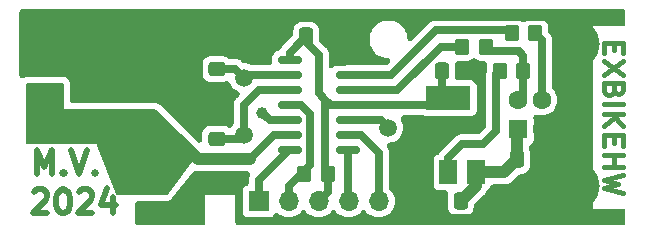
<source format=gbr>
%TF.GenerationSoftware,KiCad,Pcbnew,7.0.5*%
%TF.CreationDate,2024-02-11T15:40:35+01:00*%
%TF.ProjectId,exbike-usb-hw,65786269-6b65-42d7-9573-622d68772e6b,rev?*%
%TF.SameCoordinates,Original*%
%TF.FileFunction,Copper,L1,Top*%
%TF.FilePolarity,Positive*%
%FSLAX46Y46*%
G04 Gerber Fmt 4.6, Leading zero omitted, Abs format (unit mm)*
G04 Created by KiCad (PCBNEW 7.0.5) date 2024-02-11 15:40:35*
%MOMM*%
%LPD*%
G01*
G04 APERTURE LIST*
G04 Aperture macros list*
%AMRoundRect*
0 Rectangle with rounded corners*
0 $1 Rounding radius*
0 $2 $3 $4 $5 $6 $7 $8 $9 X,Y pos of 4 corners*
0 Add a 4 corners polygon primitive as box body*
4,1,4,$2,$3,$4,$5,$6,$7,$8,$9,$2,$3,0*
0 Add four circle primitives for the rounded corners*
1,1,$1+$1,$2,$3*
1,1,$1+$1,$4,$5*
1,1,$1+$1,$6,$7*
1,1,$1+$1,$8,$9*
0 Add four rect primitives between the rounded corners*
20,1,$1+$1,$2,$3,$4,$5,0*
20,1,$1+$1,$4,$5,$6,$7,0*
20,1,$1+$1,$6,$7,$8,$9,0*
20,1,$1+$1,$8,$9,$2,$3,0*%
G04 Aperture macros list end*
%TA.AperFunction,NonConductor*%
%ADD10C,0.200000*%
%TD*%
%ADD11C,0.500000*%
%TA.AperFunction,NonConductor*%
%ADD12C,0.500000*%
%TD*%
%ADD13C,0.400000*%
%TA.AperFunction,NonConductor*%
%ADD14C,0.400000*%
%TD*%
%TA.AperFunction,SMDPad,CuDef*%
%ADD15RoundRect,0.250000X-0.350000X-0.450000X0.350000X-0.450000X0.350000X0.450000X-0.350000X0.450000X0*%
%TD*%
%TA.AperFunction,SMDPad,CuDef*%
%ADD16RoundRect,0.250000X-0.337500X-0.475000X0.337500X-0.475000X0.337500X0.475000X-0.337500X0.475000X0*%
%TD*%
%TA.AperFunction,SMDPad,CuDef*%
%ADD17R,1.500000X2.000000*%
%TD*%
%TA.AperFunction,SMDPad,CuDef*%
%ADD18R,3.800000X2.000000*%
%TD*%
%TA.AperFunction,SMDPad,CuDef*%
%ADD19RoundRect,0.250000X-0.475000X0.337500X-0.475000X-0.337500X0.475000X-0.337500X0.475000X0.337500X0*%
%TD*%
%TA.AperFunction,SMDPad,CuDef*%
%ADD20RoundRect,0.250000X0.350000X0.450000X-0.350000X0.450000X-0.350000X-0.450000X0.350000X-0.450000X0*%
%TD*%
%TA.AperFunction,SMDPad,CuDef*%
%ADD21RoundRect,0.250000X0.337500X0.475000X-0.337500X0.475000X-0.337500X-0.475000X0.337500X-0.475000X0*%
%TD*%
%TA.AperFunction,SMDPad,CuDef*%
%ADD22C,1.000000*%
%TD*%
%TA.AperFunction,SMDPad,CuDef*%
%ADD23RoundRect,0.150000X-0.825000X-0.150000X0.825000X-0.150000X0.825000X0.150000X-0.825000X0.150000X0*%
%TD*%
%TA.AperFunction,SMDPad,CuDef*%
%ADD24RoundRect,0.250000X0.475000X-0.337500X0.475000X0.337500X-0.475000X0.337500X-0.475000X-0.337500X0*%
%TD*%
%TA.AperFunction,SMDPad,CuDef*%
%ADD25C,1.500000*%
%TD*%
%TA.AperFunction,ComponentPad*%
%ADD26R,1.700000X1.700000*%
%TD*%
%TA.AperFunction,ComponentPad*%
%ADD27O,1.700000X1.700000*%
%TD*%
%TA.AperFunction,ComponentPad*%
%ADD28O,4.000000X2.200000*%
%TD*%
%TA.AperFunction,ComponentPad*%
%ADD29O,2.200000X4.000000*%
%TD*%
%TA.AperFunction,ComponentPad*%
%ADD30R,4.000000X2.200000*%
%TD*%
%TA.AperFunction,ComponentPad*%
%ADD31C,1.500000*%
%TD*%
%TA.AperFunction,ComponentPad*%
%ADD32R,1.600000X1.600000*%
%TD*%
%TA.AperFunction,ComponentPad*%
%ADD33C,1.600000*%
%TD*%
%TA.AperFunction,ComponentPad*%
%ADD34C,4.000000*%
%TD*%
%TA.AperFunction,Conductor*%
%ADD35C,0.700000*%
%TD*%
%TA.AperFunction,Conductor*%
%ADD36C,0.800000*%
%TD*%
%TA.AperFunction,Conductor*%
%ADD37C,1.000000*%
%TD*%
%TA.AperFunction,Conductor*%
%ADD38C,1.400000*%
%TD*%
G04 APERTURE END LIST*
D10*
X4318000Y10414000D02*
X7239000Y10414000D01*
X7239000Y7747000D01*
X1270000Y7747000D01*
X1270000Y12700000D01*
X4318000Y12700000D01*
X4318000Y10414000D01*
%TA.AperFunction,NonConductor*%
G36*
X4318000Y10414000D02*
G01*
X7239000Y10414000D01*
X7239000Y7747000D01*
X1270000Y7747000D01*
X1270000Y12700000D01*
X4318000Y12700000D01*
X4318000Y10414000D01*
G37*
%TD.AperFunction*%
X14097000Y7620000D02*
X15367000Y6350000D01*
X13111997Y3429000D01*
X8920997Y3429000D01*
X7239000Y7747000D01*
X7015997Y10287000D01*
X11460997Y10414000D01*
X14097000Y7620000D01*
%TA.AperFunction,NonConductor*%
G36*
X14097000Y7620000D02*
G01*
X15367000Y6350000D01*
X13111997Y3429000D01*
X8920997Y3429000D01*
X7239000Y7747000D01*
X7015997Y10287000D01*
X11460997Y10414000D01*
X14097000Y7620000D01*
G37*
%TD.AperFunction*%
D11*
D12*
X2075137Y5096761D02*
X2075137Y7096761D01*
X2075137Y7096761D02*
X2741804Y5668190D01*
X2741804Y5668190D02*
X3408470Y7096761D01*
X3408470Y7096761D02*
X3408470Y5096761D01*
X4360851Y5287238D02*
X4456089Y5192000D01*
X4456089Y5192000D02*
X4360851Y5096761D01*
X4360851Y5096761D02*
X4265613Y5192000D01*
X4265613Y5192000D02*
X4360851Y5287238D01*
X4360851Y5287238D02*
X4360851Y5096761D01*
X5027518Y7096761D02*
X5694184Y5096761D01*
X5694184Y5096761D02*
X6360851Y7096761D01*
X7027518Y5287238D02*
X7122756Y5192000D01*
X7122756Y5192000D02*
X7027518Y5096761D01*
X7027518Y5096761D02*
X6932280Y5192000D01*
X6932280Y5192000D02*
X7027518Y5287238D01*
X7027518Y5287238D02*
X7027518Y5096761D01*
D13*
D14*
X50977454Y16163142D02*
X50977454Y15563142D01*
X50139359Y15305999D02*
X50139359Y16163142D01*
X50139359Y16163142D02*
X51739359Y16163142D01*
X51739359Y16163142D02*
X51739359Y15305999D01*
X51739359Y14706000D02*
X50139359Y13506000D01*
X51739359Y13506000D02*
X50139359Y14706000D01*
X50977454Y12220285D02*
X50901264Y11963142D01*
X50901264Y11963142D02*
X50825073Y11877428D01*
X50825073Y11877428D02*
X50672692Y11791714D01*
X50672692Y11791714D02*
X50444121Y11791714D01*
X50444121Y11791714D02*
X50291740Y11877428D01*
X50291740Y11877428D02*
X50215550Y11963142D01*
X50215550Y11963142D02*
X50139359Y12134571D01*
X50139359Y12134571D02*
X50139359Y12820285D01*
X50139359Y12820285D02*
X51739359Y12820285D01*
X51739359Y12820285D02*
X51739359Y12220285D01*
X51739359Y12220285D02*
X51663169Y12048857D01*
X51663169Y12048857D02*
X51586978Y11963142D01*
X51586978Y11963142D02*
X51434597Y11877428D01*
X51434597Y11877428D02*
X51282216Y11877428D01*
X51282216Y11877428D02*
X51129835Y11963142D01*
X51129835Y11963142D02*
X51053645Y12048857D01*
X51053645Y12048857D02*
X50977454Y12220285D01*
X50977454Y12220285D02*
X50977454Y12820285D01*
X50139359Y11020285D02*
X51739359Y11020285D01*
X50139359Y10163142D02*
X51739359Y10163142D01*
X50139359Y9134571D02*
X51053645Y9905999D01*
X51739359Y9134571D02*
X50825073Y10163142D01*
X50977454Y8363142D02*
X50977454Y7763142D01*
X50139359Y7505999D02*
X50139359Y8363142D01*
X50139359Y8363142D02*
X51739359Y8363142D01*
X51739359Y8363142D02*
X51739359Y7505999D01*
X50139359Y6734571D02*
X51739359Y6734571D01*
X50977454Y6734571D02*
X50977454Y5706000D01*
X50139359Y5706000D02*
X51739359Y5706000D01*
X51739359Y5020286D02*
X50139359Y4591714D01*
X50139359Y4591714D02*
X51282216Y4248857D01*
X51282216Y4248857D02*
X50139359Y3906000D01*
X50139359Y3906000D02*
X51739359Y3477429D01*
D11*
D12*
X1852899Y3604285D02*
X1948137Y3699523D01*
X1948137Y3699523D02*
X2138613Y3794761D01*
X2138613Y3794761D02*
X2614804Y3794761D01*
X2614804Y3794761D02*
X2805280Y3699523D01*
X2805280Y3699523D02*
X2900518Y3604285D01*
X2900518Y3604285D02*
X2995756Y3413809D01*
X2995756Y3413809D02*
X2995756Y3223333D01*
X2995756Y3223333D02*
X2900518Y2937619D01*
X2900518Y2937619D02*
X1757661Y1794761D01*
X1757661Y1794761D02*
X2995756Y1794761D01*
X4233851Y3794761D02*
X4424328Y3794761D01*
X4424328Y3794761D02*
X4614804Y3699523D01*
X4614804Y3699523D02*
X4710042Y3604285D01*
X4710042Y3604285D02*
X4805280Y3413809D01*
X4805280Y3413809D02*
X4900518Y3032857D01*
X4900518Y3032857D02*
X4900518Y2556666D01*
X4900518Y2556666D02*
X4805280Y2175714D01*
X4805280Y2175714D02*
X4710042Y1985238D01*
X4710042Y1985238D02*
X4614804Y1890000D01*
X4614804Y1890000D02*
X4424328Y1794761D01*
X4424328Y1794761D02*
X4233851Y1794761D01*
X4233851Y1794761D02*
X4043375Y1890000D01*
X4043375Y1890000D02*
X3948137Y1985238D01*
X3948137Y1985238D02*
X3852899Y2175714D01*
X3852899Y2175714D02*
X3757661Y2556666D01*
X3757661Y2556666D02*
X3757661Y3032857D01*
X3757661Y3032857D02*
X3852899Y3413809D01*
X3852899Y3413809D02*
X3948137Y3604285D01*
X3948137Y3604285D02*
X4043375Y3699523D01*
X4043375Y3699523D02*
X4233851Y3794761D01*
X5662423Y3604285D02*
X5757661Y3699523D01*
X5757661Y3699523D02*
X5948137Y3794761D01*
X5948137Y3794761D02*
X6424328Y3794761D01*
X6424328Y3794761D02*
X6614804Y3699523D01*
X6614804Y3699523D02*
X6710042Y3604285D01*
X6710042Y3604285D02*
X6805280Y3413809D01*
X6805280Y3413809D02*
X6805280Y3223333D01*
X6805280Y3223333D02*
X6710042Y2937619D01*
X6710042Y2937619D02*
X5567185Y1794761D01*
X5567185Y1794761D02*
X6805280Y1794761D01*
X8519566Y3128095D02*
X8519566Y1794761D01*
X8043375Y3890000D02*
X7567185Y2461428D01*
X7567185Y2461428D02*
X8805280Y2461428D01*
D15*
%TO.P,R3,1*%
%TO.N,RST*%
X24717500Y5080000D03*
%TO.P,R3,2*%
%TO.N,+3V3*%
X26717500Y5080000D03*
%TD*%
D16*
%TO.P,C7,1*%
%TO.N,+5V*%
X42777500Y6350000D03*
%TO.P,C7,2*%
%TO.N,GND*%
X44852500Y6350000D03*
%TD*%
D17*
%TO.P,U2,1,GND*%
%TO.N,GND*%
X34657000Y5232000D03*
%TO.P,U2,2,VO*%
%TO.N,+3V3*%
X36957000Y5232000D03*
D18*
X36957000Y11532000D03*
D17*
%TO.P,U2,3,VI*%
%TO.N,+5V*%
X39257000Y5232000D03*
%TD*%
D19*
%TO.P,C1,1*%
%TO.N,Net-(U1-XTAL1{slash}PB0)*%
X17335500Y13991500D03*
%TO.P,C1,2*%
%TO.N,GND*%
X17335500Y11916500D03*
%TD*%
D20*
%TO.P,R4,1*%
%TO.N,D-*%
X43291000Y13843000D03*
%TO.P,R4,2*%
%TO.N,+3V3*%
X41291000Y13843000D03*
%TD*%
D21*
%TO.P,C4,1*%
%TO.N,+5V*%
X37994500Y2794000D03*
%TO.P,C4,2*%
%TO.N,GND*%
X35919500Y2794000D03*
%TD*%
D15*
%TO.P,R2,1*%
%TO.N,Net-(U1-PA1)*%
X38116000Y15875000D03*
%TO.P,R2,2*%
%TO.N,D-*%
X40116000Y15875000D03*
%TD*%
D16*
%TO.P,C6,1*%
%TO.N,+3V3*%
X36427500Y13843000D03*
%TO.P,C6,2*%
%TO.N,GND*%
X38502500Y13843000D03*
%TD*%
%TO.P,C3,1*%
%TO.N,+3V3*%
X24912500Y16764000D03*
%TO.P,C3,2*%
%TO.N,GND*%
X26987500Y16764000D03*
%TD*%
D22*
%TO.P,TP2,1,1*%
%TO.N,Net-(U1-PB2)*%
X21209000Y10287000D03*
%TD*%
D23*
%TO.P,U1,1,VCC*%
%TO.N,+3V3*%
X23496500Y14732000D03*
%TO.P,U1,2,XTAL1/PB0*%
%TO.N,Net-(U1-XTAL1{slash}PB0)*%
X23496500Y13462000D03*
%TO.P,U1,3,XTAL2/PB1*%
%TO.N,Net-(U1-XTAL2{slash}PB1)*%
X23496500Y12192000D03*
%TO.P,U1,4,~{RESET}/PB3*%
%TO.N,RST*%
X23496500Y10922000D03*
%TO.P,U1,5,PB2*%
%TO.N,Net-(U1-PB2)*%
X23496500Y9652000D03*
%TO.P,U1,6,PA7*%
%TO.N,SW_IN*%
X23496500Y8382000D03*
%TO.P,U1,7,PA6*%
%TO.N,MOSI*%
X23496500Y7112000D03*
%TO.P,U1,8,PA5*%
%TO.N,MISO*%
X28446500Y7112000D03*
%TO.P,U1,9,PA4*%
%TO.N,SCK*%
X28446500Y8382000D03*
%TO.P,U1,10,PA3*%
%TO.N,Net-(U1-PA3)*%
X28446500Y9652000D03*
%TO.P,U1,11,PA2*%
%TO.N,+3V3*%
X28446500Y10922000D03*
%TO.P,U1,12,PA1*%
%TO.N,Net-(U1-PA1)*%
X28446500Y12192000D03*
%TO.P,U1,13,AREF/PA0*%
%TO.N,Net-(U1-AREF{slash}PA0)*%
X28446500Y13462000D03*
%TO.P,U1,14,GND*%
%TO.N,GND*%
X28446500Y14732000D03*
%TD*%
D15*
%TO.P,R1,1*%
%TO.N,Net-(U1-AREF{slash}PA0)*%
X42307000Y17018000D03*
%TO.P,R1,2*%
%TO.N,D+*%
X44307000Y17018000D03*
%TD*%
D24*
%TO.P,C2,1*%
%TO.N,Net-(U1-XTAL2{slash}PB1)*%
X17335500Y8106500D03*
%TO.P,C2,2*%
%TO.N,GND*%
X17335500Y10181500D03*
%TD*%
D25*
%TO.P,TP1,1,1*%
%TO.N,Net-(U1-PA3)*%
X31877000Y9017000D03*
%TD*%
D26*
%TO.P,J1,1,Pin_1*%
%TO.N,MOSI*%
X20891500Y2794000D03*
D27*
%TO.P,J1,2,Pin_2*%
%TO.N,RST*%
X23431500Y2794000D03*
%TO.P,J1,3,Pin_3*%
%TO.N,+3V3*%
X25971500Y2794000D03*
%TO.P,J1,4,Pin_4*%
%TO.N,MISO*%
X28511500Y2794000D03*
%TO.P,J1,5,Pin_5*%
%TO.N,SCK*%
X31051500Y2794000D03*
%TO.P,J1,6,Pin_6*%
%TO.N,GND*%
X33591500Y2794000D03*
%TD*%
D28*
%TO.P,J3,R*%
%TO.N,SW_IN*%
X10725000Y4920000D03*
%TO.P,J3,RN*%
X9525000Y7620000D03*
D29*
%TO.P,J3,S*%
X2725000Y10120000D03*
D30*
%TO.P,J3,T*%
%TO.N,GND*%
X6625000Y14720000D03*
D29*
%TO.P,J3,TN*%
X13925000Y14220000D03*
%TD*%
D31*
%TO.P,Y1,1,1*%
%TO.N,Net-(U1-XTAL2{slash}PB1)*%
X19621500Y8382000D03*
%TO.P,Y1,2,2*%
%TO.N,Net-(U1-XTAL1{slash}PB0)*%
X19621500Y13262000D03*
%TD*%
D32*
%TO.P,J2,1,VBUS*%
%TO.N,+5V*%
X42869500Y8870000D03*
D33*
%TO.P,J2,2,D-*%
%TO.N,D-*%
X42869500Y11370000D03*
%TO.P,J2,3,D+*%
%TO.N,D+*%
X44869500Y11370000D03*
%TO.P,J2,4,GND*%
%TO.N,GND*%
X44869500Y8870000D03*
D34*
%TO.P,J2,5,Shield*%
X47729500Y16120000D03*
X47729500Y4120000D03*
%TD*%
D35*
%TO.N,Net-(U1-XTAL1{slash}PB0)*%
X19821500Y13462000D02*
X19621500Y13262000D01*
X17335500Y13991500D02*
X18892000Y13991500D01*
X23496500Y13462000D02*
X19821500Y13462000D01*
X18892000Y13991500D02*
X19621500Y13262000D01*
%TO.N,GND*%
X38502500Y13948500D02*
X39751000Y12700000D01*
X39751000Y9398000D02*
X39243000Y8890000D01*
X35665500Y2540000D02*
X35919500Y2794000D01*
X17335500Y11916500D02*
X16404500Y11916500D01*
D36*
X9431000Y17526000D02*
X6625000Y14720000D01*
D35*
X17335500Y11916500D02*
X17335500Y11176000D01*
D36*
X23717000Y18510000D02*
X45339500Y18510000D01*
X44852500Y5101500D02*
X44852500Y6350000D01*
D37*
X34657000Y3605500D02*
X34657000Y4056500D01*
D36*
X22733000Y17526000D02*
X23717000Y18510000D01*
D35*
X28446500Y14732000D02*
X28446500Y15305000D01*
D37*
X44869500Y8870000D02*
X44869500Y6367000D01*
D35*
X17335500Y11176000D02*
X17335500Y10181500D01*
X28446500Y15305000D02*
X26987500Y16764000D01*
D36*
X36576000Y1397000D02*
X41148000Y1397000D01*
D37*
X44869500Y6367000D02*
X44852500Y6350000D01*
D35*
X36449000Y8890000D02*
X34657000Y7098000D01*
D36*
X41148000Y1397000D02*
X44852500Y5101500D01*
D37*
X34657000Y4056500D02*
X35919500Y2794000D01*
D35*
X15875000Y12446000D02*
X15875000Y17526000D01*
D37*
X27051000Y16827500D02*
X26987500Y16764000D01*
D36*
X35919500Y2053500D02*
X36576000Y1397000D01*
D35*
X16404500Y11916500D02*
X15875000Y12446000D01*
X39751000Y12700000D02*
X39751000Y9398000D01*
D37*
X33591500Y2540000D02*
X34657000Y3605500D01*
D36*
X15875000Y17526000D02*
X22733000Y17526000D01*
D37*
X34657000Y5232000D02*
X34657000Y4056500D01*
D35*
X39243000Y8890000D02*
X36449000Y8890000D01*
D36*
X35919500Y2794000D02*
X35919500Y2053500D01*
X15875000Y17526000D02*
X9431000Y17526000D01*
D37*
X47729500Y4120000D02*
X47082500Y4120000D01*
D35*
X34657000Y7098000D02*
X34657000Y5232000D01*
D36*
X45339500Y18510000D02*
X47729500Y16120000D01*
D35*
%TO.N,Net-(U1-XTAL2{slash}PB1)*%
X19346000Y8106500D02*
X19621500Y8382000D01*
X19621500Y10922000D02*
X19621500Y8382000D01*
X17335500Y8106500D02*
X19346000Y8106500D01*
X23496500Y12192000D02*
X20891500Y12192000D01*
X20891500Y12192000D02*
X19621500Y10922000D01*
%TO.N,+3V3*%
X41021000Y8763000D02*
X39878000Y7620000D01*
X23496500Y14732000D02*
X23496500Y15348000D01*
X41021000Y13573000D02*
X41021000Y8763000D01*
X24912500Y16256000D02*
X24912500Y16764000D01*
X26606500Y11303000D02*
X25971500Y11938000D01*
X41291000Y13843000D02*
X41021000Y13573000D01*
X25971500Y15197000D02*
X24912500Y16256000D01*
X23496500Y15348000D02*
X24912500Y16764000D01*
X25971500Y11938000D02*
X25971500Y15197000D01*
X28446500Y10922000D02*
X26987500Y10922000D01*
X39878000Y7620000D02*
X38100000Y7620000D01*
X36427500Y13970000D02*
X36427500Y12061500D01*
X26479500Y11176000D02*
X26606500Y11303000D01*
X38100000Y7620000D02*
X36957000Y6477000D01*
X26717500Y5080000D02*
X26717500Y3540000D01*
X36347000Y10922000D02*
X36957000Y11532000D01*
X36957000Y6477000D02*
X36957000Y5232000D01*
X26717500Y3540000D02*
X25971500Y2794000D01*
X28446500Y10922000D02*
X36347000Y10922000D01*
X36427500Y12061500D02*
X36957000Y11532000D01*
X26479500Y4826000D02*
X26479500Y11176000D01*
X26987500Y10922000D02*
X26606500Y11303000D01*
D37*
%TO.N,+5V*%
X39257000Y5232000D02*
X39257000Y4056500D01*
X42777500Y8778000D02*
X42869500Y8870000D01*
X41659500Y5232000D02*
X42777500Y6350000D01*
X39257000Y5232000D02*
X41659500Y5232000D01*
X42777500Y6350000D02*
X42777500Y8778000D01*
X39257000Y4056500D02*
X37994500Y2794000D01*
D35*
%TO.N,MISO*%
X28446500Y7112000D02*
X28446500Y2605000D01*
%TO.N,SCK*%
X29591000Y8382000D02*
X31051500Y6921500D01*
X31051500Y6921500D02*
X31051500Y2540000D01*
X28446500Y8382000D02*
X29591000Y8382000D01*
%TO.N,RST*%
X25209500Y10160000D02*
X25209500Y5842000D01*
X23431500Y4064000D02*
X23431500Y2540000D01*
X24447500Y10922000D02*
X25209500Y10160000D01*
X25209500Y5842000D02*
X23431500Y4064000D01*
X23496500Y10922000D02*
X24447500Y10922000D01*
%TO.N,MOSI*%
X20891500Y4572000D02*
X23431500Y7112000D01*
X20891500Y2540000D02*
X20891500Y4572000D01*
X23431500Y7112000D02*
X23496500Y7112000D01*
%TO.N,D-*%
X43291000Y11791500D02*
X42869500Y11370000D01*
X43291000Y15129000D02*
X42926000Y15494000D01*
X40497000Y15494000D02*
X40116000Y15875000D01*
X43291000Y13843000D02*
X43291000Y15129000D01*
X42926000Y15494000D02*
X40497000Y15494000D01*
X43291000Y13843000D02*
X43291000Y11791500D01*
%TO.N,D+*%
X44869500Y11370000D02*
X44869500Y16455500D01*
X44869500Y16455500D02*
X44307000Y17018000D01*
D38*
%TO.N,SW_IN*%
X10725000Y6420000D02*
X9525000Y7620000D01*
D37*
X15748000Y6350000D02*
X20129500Y6350000D01*
D35*
X23496500Y8382000D02*
X22161500Y8382000D01*
D37*
X9525000Y9993000D02*
X9525000Y7620000D01*
X9652000Y10120000D02*
X9525000Y9993000D01*
D38*
X10725000Y4920000D02*
X10725000Y6420000D01*
D37*
X9652000Y10120000D02*
X11978000Y10120000D01*
X11978000Y10120000D02*
X15748000Y6350000D01*
X2725000Y10120000D02*
X9652000Y10120000D01*
D35*
X22161500Y8382000D02*
X20129500Y6350000D01*
%TO.N,Net-(U1-AREF{slash}PA0)*%
X42307000Y17018000D02*
X42053000Y17272000D01*
X42053000Y17272000D02*
X35941000Y17272000D01*
X35941000Y17272000D02*
X32131000Y13462000D01*
X32131000Y13462000D02*
X28446500Y13462000D01*
%TO.N,Net-(U1-PA1)*%
X28446500Y12192000D02*
X32639000Y12192000D01*
X36322000Y15875000D02*
X38116000Y15875000D01*
X32639000Y12192000D02*
X36322000Y15875000D01*
%TO.N,Net-(U1-PA3)*%
X31242000Y9652000D02*
X31877000Y9017000D01*
X28446500Y9652000D02*
X31242000Y9652000D01*
%TO.N,Net-(U1-PB2)*%
X21844000Y9652000D02*
X21209000Y10287000D01*
X23496500Y9652000D02*
X21844000Y9652000D01*
%TD*%
%TA.AperFunction,Conductor*%
%TO.N,GND*%
G36*
X51788788Y19030546D02*
G01*
X51869570Y18976570D01*
X51923546Y18895788D01*
X51942500Y18800500D01*
X51942500Y17889785D01*
X51923546Y17794497D01*
X51869570Y17713715D01*
X51788788Y17659739D01*
X51693500Y17640785D01*
X49193679Y17640785D01*
X49193679Y2171215D01*
X51693500Y2171215D01*
X51788788Y2152261D01*
X51869570Y2098285D01*
X51923546Y2017503D01*
X51942500Y1922215D01*
X51942500Y1011500D01*
X51923546Y916212D01*
X51869570Y835430D01*
X51788788Y781454D01*
X51693500Y762500D01*
X19172500Y762500D01*
X19077212Y781454D01*
X18996430Y835430D01*
X18942454Y916212D01*
X18923500Y1011500D01*
X18923500Y3252836D01*
X18923593Y3253311D01*
X18923540Y3301997D01*
X18923541Y3302000D01*
X18923383Y3302383D01*
X18923099Y3302500D01*
X18923000Y3302541D01*
X18922999Y3302540D01*
X18922999Y3302541D01*
X18873586Y3302541D01*
X18873380Y3302500D01*
X16432620Y3302500D01*
X16432414Y3302541D01*
X16383000Y3302541D01*
X16382901Y3302500D01*
X16382617Y3302383D01*
X16382616Y3302382D01*
X16382615Y3302381D01*
X16382459Y3302002D01*
X16382406Y3253311D01*
X16382500Y3252836D01*
X16382500Y1011500D01*
X16363546Y916212D01*
X16309570Y835430D01*
X16228788Y781454D01*
X16133500Y762500D01*
X10647262Y762500D01*
X10551974Y781454D01*
X10471192Y835430D01*
X10417216Y916212D01*
X10398262Y1011500D01*
X10398262Y2579500D01*
X10417216Y2674788D01*
X10471192Y2755570D01*
X10551974Y2809546D01*
X10647262Y2828500D01*
X13110894Y2828500D01*
X13189288Y2828269D01*
X13189295Y2828270D01*
X13220808Y2836615D01*
X13236438Y2839700D01*
X13259724Y2842766D01*
X13268759Y2843956D01*
X13268762Y2843957D01*
X13268765Y2843958D01*
X13296899Y2855611D01*
X13312683Y2860943D01*
X13342133Y2868743D01*
X13342144Y2868747D01*
X13370426Y2884964D01*
X13384722Y2891988D01*
X13414835Y2904462D01*
X13414842Y2904466D01*
X13439007Y2923009D01*
X13452876Y2932246D01*
X13479297Y2947398D01*
X13479302Y2947401D01*
X13502429Y2970392D01*
X13514405Y2980863D01*
X13540279Y3000718D01*
X13587843Y3062704D01*
X15296063Y5275433D01*
X15369296Y5339278D01*
X15461386Y5370237D01*
X15558314Y5363598D01*
X15561651Y5362669D01*
X15570579Y5360114D01*
X15570593Y5360112D01*
X15600884Y5357804D01*
X15616497Y5355614D01*
X15646256Y5349500D01*
X15646259Y5349500D01*
X15705225Y5349500D01*
X15714682Y5349140D01*
X15773474Y5344663D01*
X15773476Y5344663D01*
X15803623Y5348502D01*
X15819360Y5349500D01*
X19924540Y5349500D01*
X20019828Y5330546D01*
X20100610Y5276570D01*
X20154586Y5195788D01*
X20173540Y5100500D01*
X20154586Y5005212D01*
X20150527Y4995950D01*
X20125140Y4941075D01*
X20123683Y4938035D01*
X20088463Y4867018D01*
X20084452Y4856102D01*
X20080768Y4845168D01*
X20063721Y4767722D01*
X20062951Y4764438D01*
X20043815Y4687494D01*
X20042260Y4676087D01*
X20041000Y4664493D01*
X20041000Y4585227D01*
X20040954Y4581856D01*
X20038807Y4502567D01*
X20039903Y4489110D01*
X20038950Y4489032D01*
X20041000Y4467465D01*
X20041000Y4350877D01*
X20022046Y4255589D01*
X19968070Y4174807D01*
X19887288Y4120831D01*
X19879044Y4117587D01*
X19799169Y4087796D01*
X19683954Y4001546D01*
X19597704Y3886331D01*
X19569734Y3811340D01*
X19547408Y3751481D01*
X19541000Y3691876D01*
X19541000Y1896134D01*
X19541001Y1896130D01*
X19547408Y1836519D01*
X19547409Y1836515D01*
X19597703Y1701670D01*
X19683953Y1586455D01*
X19683955Y1586453D01*
X19799169Y1500204D01*
X19934018Y1449908D01*
X19993626Y1443500D01*
X19993627Y1443500D01*
X21789365Y1443500D01*
X21789368Y1443500D01*
X21789372Y1443501D01*
X21808593Y1445567D01*
X21848980Y1449908D01*
X21848984Y1449909D01*
X21983829Y1500203D01*
X21983831Y1500204D01*
X22099046Y1586454D01*
X22185296Y1701669D01*
X22185296Y1701670D01*
X22195969Y1715927D01*
X22199271Y1713454D01*
X22239805Y1761965D01*
X22325889Y1807006D01*
X22422656Y1815675D01*
X22515375Y1786653D01*
X22556105Y1758855D01*
X22560092Y1755509D01*
X22753669Y1619965D01*
X22967839Y1520096D01*
X23196098Y1458935D01*
X23431495Y1438341D01*
X23431500Y1438341D01*
X23431505Y1438341D01*
X23666901Y1458935D01*
X23895160Y1520096D01*
X23895163Y1520097D01*
X24109330Y1619965D01*
X24302901Y1755505D01*
X24469995Y1922599D01*
X24469998Y1922603D01*
X24497532Y1961925D01*
X24567713Y2029109D01*
X24658263Y2064321D01*
X24755394Y2062201D01*
X24844321Y2023072D01*
X24905468Y1961925D01*
X24933001Y1922603D01*
X25100102Y1755502D01*
X25293669Y1619965D01*
X25507839Y1520096D01*
X25736098Y1458935D01*
X25971495Y1438341D01*
X25971500Y1438341D01*
X25971505Y1438341D01*
X26206901Y1458935D01*
X26435160Y1520096D01*
X26435163Y1520097D01*
X26649330Y1619965D01*
X26842901Y1755505D01*
X27009995Y1922599D01*
X27009998Y1922603D01*
X27037532Y1961925D01*
X27107713Y2029109D01*
X27198263Y2064321D01*
X27295394Y2062201D01*
X27384321Y2023072D01*
X27445468Y1961925D01*
X27473001Y1922603D01*
X27640102Y1755502D01*
X27833669Y1619965D01*
X28047839Y1520096D01*
X28276098Y1458935D01*
X28511495Y1438341D01*
X28511500Y1438341D01*
X28511505Y1438341D01*
X28746901Y1458935D01*
X28975160Y1520096D01*
X28975163Y1520097D01*
X29189330Y1619965D01*
X29382901Y1755505D01*
X29549995Y1922599D01*
X29549998Y1922603D01*
X29577532Y1961925D01*
X29647713Y2029109D01*
X29738263Y2064321D01*
X29835394Y2062201D01*
X29924321Y2023072D01*
X29985468Y1961925D01*
X30013001Y1922603D01*
X30180102Y1755502D01*
X30373669Y1619965D01*
X30587839Y1520096D01*
X30816098Y1458935D01*
X31051495Y1438341D01*
X31051500Y1438341D01*
X31051505Y1438341D01*
X31286901Y1458935D01*
X31515160Y1520096D01*
X31515163Y1520097D01*
X31729330Y1619965D01*
X31922901Y1755505D01*
X32089995Y1922599D01*
X32225535Y2116170D01*
X32325403Y2330337D01*
X32386563Y2558592D01*
X32386564Y2558598D01*
X32407159Y2793994D01*
X32407159Y2794005D01*
X32386564Y3029401D01*
X32386563Y3029403D01*
X32386563Y3029408D01*
X32325403Y3257663D01*
X32225535Y3471829D01*
X32089995Y3665401D01*
X31974928Y3780467D01*
X31920954Y3861245D01*
X31902000Y3956533D01*
X31902000Y6881867D01*
X31902411Y6891974D01*
X31904219Y6914186D01*
X31906701Y6944667D01*
X31895989Y7023282D01*
X31895590Y7026547D01*
X31887014Y7105409D01*
X31884524Y7116717D01*
X31881727Y7127961D01*
X31881727Y7127968D01*
X31854381Y7202403D01*
X31853261Y7205583D01*
X31850282Y7214421D01*
X31827944Y7280721D01*
X31827938Y7280730D01*
X31823070Y7291254D01*
X31817936Y7301604D01*
X31817932Y7301616D01*
X31775195Y7368474D01*
X31773443Y7371302D01*
X31761039Y7391918D01*
X31728153Y7483337D01*
X31732755Y7580383D01*
X31774144Y7668281D01*
X31846021Y7733648D01*
X31937440Y7766534D01*
X31952693Y7768344D01*
X32094964Y7780791D01*
X32094973Y7780792D01*
X32094977Y7780793D01*
X32231376Y7817341D01*
X32306328Y7837424D01*
X32504639Y7929898D01*
X32683873Y8055399D01*
X32683877Y8055402D01*
X32838598Y8210123D01*
X32964102Y8389361D01*
X33056575Y8587670D01*
X33113207Y8799023D01*
X33132277Y9017000D01*
X33113207Y9234977D01*
X33056575Y9446330D01*
X32964102Y9644638D01*
X32949833Y9665015D01*
X32939566Y9679680D01*
X32900437Y9768607D01*
X32898318Y9865738D01*
X32933531Y9956288D01*
X33000715Y10026469D01*
X33089642Y10065598D01*
X33143535Y10071500D01*
X34814530Y10071500D01*
X34901545Y10055801D01*
X34949516Y10037908D01*
X35009126Y10031500D01*
X35009127Y10031500D01*
X38904865Y10031500D01*
X38904868Y10031500D01*
X38904872Y10031501D01*
X38924093Y10033567D01*
X38964480Y10037908D01*
X38964484Y10037909D01*
X39099329Y10088203D01*
X39099331Y10088204D01*
X39214546Y10174454D01*
X39300796Y10289669D01*
X39351091Y10424517D01*
X39357500Y10484127D01*
X39357499Y12579872D01*
X39351091Y12639483D01*
X39300796Y12774331D01*
X39214546Y12889546D01*
X39099331Y12975796D01*
X38964483Y13026091D01*
X38904873Y13032500D01*
X37762066Y13032499D01*
X37666780Y13051453D01*
X37585999Y13105429D01*
X37532022Y13186211D01*
X37513068Y13281499D01*
X37514357Y13306805D01*
X37515499Y13317986D01*
X37515500Y13317991D01*
X37515499Y14368008D01*
X37512211Y14400195D01*
X37521381Y14496912D01*
X37566867Y14582761D01*
X37641743Y14644669D01*
X37734611Y14673210D01*
X37759921Y14674500D01*
X38516006Y14674500D01*
X38618800Y14685001D01*
X38785332Y14740185D01*
X38816341Y14759311D01*
X38934656Y14832288D01*
X38939933Y14837565D01*
X39020712Y14891539D01*
X39116000Y14910493D01*
X39211288Y14891539D01*
X39292066Y14837565D01*
X39297344Y14832288D01*
X39297346Y14832286D01*
X39446669Y14740184D01*
X39446667Y14740184D01*
X39613197Y14685002D01*
X39613202Y14685001D01*
X39613203Y14685001D01*
X39638899Y14682375D01*
X39715988Y14674500D01*
X39715991Y14674500D01*
X39948631Y14674500D01*
X40043919Y14655546D01*
X40124701Y14601570D01*
X40178677Y14520788D01*
X40197631Y14425500D01*
X40196342Y14400195D01*
X40190500Y14343016D01*
X40190500Y13788091D01*
X40183140Y13727997D01*
X40173314Y13688488D01*
X40171760Y13677087D01*
X40170500Y13665493D01*
X40170500Y13586227D01*
X40170454Y13582856D01*
X40168307Y13503567D01*
X40169403Y13490110D01*
X40168450Y13490032D01*
X40170500Y13468465D01*
X40170500Y9218429D01*
X40151546Y9123141D01*
X40097570Y9042359D01*
X39598641Y8543430D01*
X39517859Y8489454D01*
X39422571Y8470500D01*
X38139632Y8470500D01*
X38129525Y8470911D01*
X38108643Y8472610D01*
X38076833Y8475201D01*
X37998261Y8464495D01*
X37994957Y8464091D01*
X37966865Y8461035D01*
X37916090Y8455514D01*
X37916085Y8455512D01*
X37904793Y8453027D01*
X37893534Y8450227D01*
X37893532Y8450227D01*
X37893529Y8450226D01*
X37819085Y8422877D01*
X37815904Y8421757D01*
X37740784Y8396446D01*
X37740781Y8396444D01*
X37740779Y8396444D01*
X37740776Y8396442D01*
X37730204Y8391550D01*
X37719883Y8386432D01*
X37653039Y8343706D01*
X37650212Y8341952D01*
X37596876Y8309861D01*
X37582262Y8301069D01*
X37573056Y8294070D01*
X37564010Y8286799D01*
X37507943Y8230733D01*
X37505527Y8228382D01*
X37447962Y8173852D01*
X37439220Y8163560D01*
X37438491Y8164178D01*
X37424691Y8147480D01*
X36383622Y7106412D01*
X36376184Y7099555D01*
X36367902Y7092520D01*
X36335900Y7065337D01*
X36335899Y7065335D01*
X36335897Y7065334D01*
X36287924Y7002227D01*
X36285848Y6999573D01*
X36248574Y6953200D01*
X36237104Y6938930D01*
X36236156Y6937751D01*
X36229933Y6928015D01*
X36223943Y6918061D01*
X36190638Y6846071D01*
X36189199Y6843069D01*
X36184641Y6833877D01*
X36182130Y6828815D01*
X36122808Y6751874D01*
X36046081Y6706160D01*
X35964669Y6675796D01*
X35849454Y6589546D01*
X35763204Y6474331D01*
X35763204Y6474330D01*
X35712908Y6339481D01*
X35706500Y6279876D01*
X35706500Y4184134D01*
X35706501Y4184130D01*
X35712908Y4124519D01*
X35712909Y4124515D01*
X35763203Y3989670D01*
X35849453Y3874455D01*
X35849455Y3874453D01*
X35964669Y3788204D01*
X36099518Y3737908D01*
X36159123Y3731500D01*
X36159127Y3731500D01*
X36675355Y3731500D01*
X36770643Y3712546D01*
X36851425Y3658570D01*
X36905401Y3577788D01*
X36924355Y3482500D01*
X36918837Y3430368D01*
X36917000Y3421792D01*
X36906500Y3319011D01*
X36906500Y2269002D01*
X36906501Y2268985D01*
X36917001Y2166199D01*
X36972185Y1999667D01*
X37064286Y1850346D01*
X37188346Y1726286D01*
X37337669Y1634184D01*
X37337667Y1634184D01*
X37504197Y1579002D01*
X37504202Y1579001D01*
X37504203Y1579001D01*
X37606991Y1568500D01*
X37606993Y1568500D01*
X37606994Y1568500D01*
X38382006Y1568500D01*
X38484800Y1579001D01*
X38651332Y1634185D01*
X38800653Y1726286D01*
X38800656Y1726288D01*
X38924712Y1850344D01*
X39016814Y1999666D01*
X39026571Y2029109D01*
X39071997Y2166197D01*
X39071999Y2166203D01*
X39082500Y2268991D01*
X39082499Y2363938D01*
X39101452Y2459224D01*
X39155428Y2540006D01*
X39155429Y2540008D01*
X39954392Y3338970D01*
X39956630Y3341153D01*
X40020053Y3401441D01*
X40053746Y3449848D01*
X40059425Y3457380D01*
X40096698Y3503093D01*
X40110765Y3530024D01*
X40118938Y3543513D01*
X40136296Y3568452D01*
X40159550Y3622642D01*
X40163600Y3631171D01*
X40190909Y3683451D01*
X40190911Y3683458D01*
X40195594Y3695181D01*
X40197271Y3694510D01*
X40234490Y3766888D01*
X40280233Y3811337D01*
X40364546Y3874454D01*
X40450796Y3989669D01*
X40466683Y4032264D01*
X40480578Y4069517D01*
X40531636Y4152173D01*
X40610440Y4208998D01*
X40704991Y4231341D01*
X40713878Y4231500D01*
X41645211Y4231500D01*
X41648360Y4231460D01*
X41652734Y4231349D01*
X41735859Y4229242D01*
X41735863Y4229243D01*
X41793914Y4239646D01*
X41803280Y4240959D01*
X41861934Y4246925D01*
X41861936Y4246925D01*
X41861938Y4246926D01*
X41885197Y4254223D01*
X41890932Y4256022D01*
X41906239Y4259779D01*
X41920507Y4262337D01*
X41936151Y4265141D01*
X41936155Y4265142D01*
X41974921Y4280627D01*
X41990911Y4287014D01*
X41999810Y4290183D01*
X42056088Y4307841D01*
X42056090Y4307842D01*
X42056097Y4307845D01*
X42082652Y4322584D01*
X42096899Y4329351D01*
X42125111Y4340620D01*
X42125123Y4340626D01*
X42174350Y4373070D01*
X42182444Y4377973D01*
X42234001Y4406590D01*
X42243688Y4414906D01*
X42257055Y4426382D01*
X42269653Y4435880D01*
X42295017Y4452596D01*
X42336719Y4494297D01*
X42343659Y4500728D01*
X42388393Y4539132D01*
X42388395Y4539134D01*
X42406990Y4563157D01*
X42417412Y4574990D01*
X42893991Y5051570D01*
X42974773Y5105546D01*
X43070059Y5124500D01*
X43165005Y5124500D01*
X43267800Y5135001D01*
X43434332Y5190185D01*
X43583653Y5282286D01*
X43583656Y5282288D01*
X43707712Y5406344D01*
X43799814Y5555666D01*
X43807881Y5580009D01*
X43854997Y5722197D01*
X43854999Y5722203D01*
X43865500Y5824991D01*
X43865499Y6875008D01*
X43854999Y6977797D01*
X43799814Y7144334D01*
X43799813Y7144335D01*
X43795252Y7158100D01*
X43797021Y7158686D01*
X43778237Y7235459D01*
X43778000Y7246316D01*
X43778000Y7405387D01*
X43796954Y7500675D01*
X43850930Y7581457D01*
X43907658Y7623924D01*
X43911822Y7626198D01*
X43911829Y7626203D01*
X43911831Y7626204D01*
X44027046Y7712454D01*
X44113296Y7827669D01*
X44163591Y7962517D01*
X44170000Y8022127D01*
X44169999Y9717872D01*
X44163591Y9777483D01*
X44151998Y9808564D01*
X44136457Y9904464D01*
X44158798Y9999015D01*
X44215622Y10077819D01*
X44298278Y10128879D01*
X44394182Y10144421D01*
X44449743Y10136096D01*
X44532969Y10113796D01*
X44642808Y10084365D01*
X44642811Y10084364D01*
X44642820Y10084363D01*
X44869494Y10064532D01*
X44869500Y10064532D01*
X44869506Y10064532D01*
X45096179Y10084363D01*
X45096194Y10084365D01*
X45315996Y10143261D01*
X45315999Y10143262D01*
X45522227Y10239428D01*
X45522241Y10239436D01*
X45708634Y10369949D01*
X45708635Y10369950D01*
X45708639Y10369953D01*
X45869547Y10530861D01*
X45869550Y10530865D01*
X46000063Y10717258D01*
X46000071Y10717272D01*
X46096237Y10923500D01*
X46096239Y10923504D01*
X46155135Y11143308D01*
X46160629Y11206102D01*
X46174968Y11369994D01*
X46174968Y11370005D01*
X46156702Y11578779D01*
X46155135Y11596692D01*
X46096239Y11816496D01*
X46000068Y12022734D01*
X45869547Y12209139D01*
X45792932Y12285753D01*
X45738955Y12366533D01*
X45720000Y12461821D01*
X45720000Y16415867D01*
X45720411Y16425974D01*
X45722219Y16448186D01*
X45724701Y16478667D01*
X45713989Y16557282D01*
X45713590Y16560547D01*
X45705014Y16639409D01*
X45702524Y16650717D01*
X45699727Y16661961D01*
X45699727Y16661968D01*
X45672381Y16736403D01*
X45671261Y16739583D01*
X45663995Y16761148D01*
X45645944Y16814721D01*
X45645938Y16814730D01*
X45641063Y16825269D01*
X45635934Y16835608D01*
X45635932Y16835616D01*
X45593206Y16902456D01*
X45591468Y16905258D01*
X45550570Y16973236D01*
X45550565Y16973241D01*
X45543583Y16982427D01*
X45536304Y16991482D01*
X45536302Y16991483D01*
X45536299Y16991489D01*
X45480220Y17047568D01*
X45477897Y17049955D01*
X45475677Y17052298D01*
X45423932Y17134526D01*
X45407499Y17223484D01*
X45407499Y17518006D01*
X45403380Y17558331D01*
X45396999Y17620797D01*
X45341814Y17787334D01*
X45249712Y17936656D01*
X45125656Y18060712D01*
X44976334Y18152814D01*
X44976331Y18152815D01*
X44976332Y18152815D01*
X44893788Y18180166D01*
X44809797Y18207999D01*
X44707009Y18218500D01*
X43906992Y18218499D01*
X43804203Y18207999D01*
X43804200Y18207998D01*
X43804199Y18207998D01*
X43721680Y18180653D01*
X43637666Y18152814D01*
X43488344Y18060712D01*
X43483066Y18055434D01*
X43402288Y18001461D01*
X43307000Y17982507D01*
X43211712Y18001461D01*
X43130933Y18055434D01*
X43125656Y18060712D01*
X42976334Y18152814D01*
X42976331Y18152815D01*
X42976332Y18152815D01*
X42893788Y18180166D01*
X42809797Y18207999D01*
X42707009Y18218500D01*
X41906992Y18218499D01*
X41804203Y18207999D01*
X41804200Y18207998D01*
X41804199Y18207998D01*
X41637665Y18152814D01*
X41624524Y18146686D01*
X41622968Y18150021D01*
X41557554Y18125677D01*
X41517903Y18122500D01*
X35980632Y18122500D01*
X35970525Y18122911D01*
X35949643Y18124610D01*
X35917833Y18127201D01*
X35839261Y18116495D01*
X35835957Y18116091D01*
X35807865Y18113035D01*
X35757090Y18107514D01*
X35757085Y18107512D01*
X35745784Y18105025D01*
X35734536Y18102228D01*
X35734534Y18102227D01*
X35734532Y18102227D01*
X35660081Y18074875D01*
X35656924Y18073764D01*
X35581779Y18048444D01*
X35571212Y18043555D01*
X35560883Y18038433D01*
X35494036Y17995704D01*
X35491228Y17993962D01*
X35423264Y17953070D01*
X35423262Y17953068D01*
X35414047Y17946063D01*
X35405010Y17938799D01*
X35348943Y17882733D01*
X35346528Y17880382D01*
X35288962Y17825852D01*
X35280220Y17815560D01*
X35279491Y17816178D01*
X35265691Y17799480D01*
X33900398Y16434187D01*
X33819616Y16380211D01*
X33724328Y16361257D01*
X33629040Y16380211D01*
X33548258Y16434187D01*
X33494282Y16514969D01*
X33476096Y16590721D01*
X33462683Y16761145D01*
X33462683Y16761148D01*
X33403873Y17006111D01*
X33307466Y17238859D01*
X33232633Y17360974D01*
X33175841Y17453652D01*
X33175839Y17453654D01*
X33175836Y17453659D01*
X33012224Y17645224D01*
X32820659Y17808836D01*
X32820653Y17808839D01*
X32820652Y17808841D01*
X32700070Y17882733D01*
X32605859Y17940466D01*
X32373111Y18036873D01*
X32128148Y18095683D01*
X31939882Y18110500D01*
X31814118Y18110500D01*
X31625852Y18095683D01*
X31380889Y18036873D01*
X31148141Y17940466D01*
X31105971Y17914624D01*
X30933347Y17808841D01*
X30933345Y17808839D01*
X30933342Y17808837D01*
X30933341Y17808836D01*
X30741776Y17645224D01*
X30633122Y17518006D01*
X30578160Y17453654D01*
X30578158Y17453652D01*
X30446537Y17238864D01*
X30446533Y17238858D01*
X30350129Y17006116D01*
X30350126Y17006108D01*
X30291316Y16761145D01*
X30271551Y16510005D01*
X30271551Y16509994D01*
X30291316Y16258854D01*
X30350126Y16013891D01*
X30350129Y16013883D01*
X30446533Y15781141D01*
X30446537Y15781135D01*
X30578158Y15566347D01*
X30578160Y15566345D01*
X30741773Y15374779D01*
X30741779Y15374773D01*
X30933345Y15211160D01*
X30933347Y15211158D01*
X31148135Y15079537D01*
X31148141Y15079533D01*
X31380883Y14983129D01*
X31380891Y14983126D01*
X31625854Y14924316D01*
X31796279Y14910903D01*
X31889786Y14884531D01*
X31966084Y14824383D01*
X32013555Y14739615D01*
X32024974Y14643134D01*
X31998602Y14549627D01*
X31952812Y14486601D01*
X31851641Y14385430D01*
X31770859Y14331454D01*
X31675571Y14312500D01*
X28400382Y14312500D01*
X28400379Y14312499D01*
X28262590Y14297514D01*
X28197358Y14275534D01*
X28117853Y14262500D01*
X27555806Y14262500D01*
X27518931Y14259598D01*
X27361102Y14213744D01*
X27219635Y14130081D01*
X27219633Y14130079D01*
X27206151Y14122106D01*
X27205084Y14123908D01*
X27136710Y14089742D01*
X27039797Y14082878D01*
X26947635Y14113623D01*
X26874255Y14177297D01*
X26830827Y14264205D01*
X26822000Y14329915D01*
X26822000Y15157367D01*
X26822411Y15167474D01*
X26825967Y15211158D01*
X26826701Y15220167D01*
X26815989Y15298782D01*
X26815590Y15302047D01*
X26807014Y15380909D01*
X26804524Y15392217D01*
X26801727Y15403461D01*
X26801727Y15403468D01*
X26774381Y15477903D01*
X26773261Y15481083D01*
X26759385Y15522265D01*
X26747944Y15556221D01*
X26747938Y15556230D01*
X26743063Y15566769D01*
X26737934Y15577108D01*
X26737932Y15577116D01*
X26695206Y15643956D01*
X26693468Y15646758D01*
X26652570Y15714736D01*
X26652565Y15714741D01*
X26645586Y15723922D01*
X26638303Y15732981D01*
X26638299Y15732989D01*
X26582179Y15789107D01*
X26579898Y15791453D01*
X26525353Y15849037D01*
X26525351Y15849037D01*
X26525349Y15849041D01*
X26525345Y15849043D01*
X26515063Y15857777D01*
X26515686Y15858510D01*
X26498973Y15872314D01*
X26073429Y16297859D01*
X26019453Y16378640D01*
X26000499Y16473928D01*
X26000499Y17289006D01*
X26000499Y17289009D01*
X25989999Y17391797D01*
X25934814Y17558334D01*
X25842712Y17707656D01*
X25718656Y17831712D01*
X25569334Y17923814D01*
X25569331Y17923815D01*
X25569332Y17923815D01*
X25481045Y17953070D01*
X25402797Y17978999D01*
X25300009Y17989500D01*
X24524992Y17989499D01*
X24422203Y17978999D01*
X24422200Y17978998D01*
X24422199Y17978998D01*
X24343955Y17953070D01*
X24255666Y17923814D01*
X24106344Y17831712D01*
X23982288Y17707656D01*
X23982286Y17707653D01*
X23890184Y17558331D01*
X23835002Y17391802D01*
X23835001Y17391795D01*
X23824500Y17289011D01*
X23824500Y16981927D01*
X23805546Y16886639D01*
X23751572Y16805860D01*
X23325922Y16380211D01*
X22923129Y15977418D01*
X22915691Y15970561D01*
X22892569Y15950920D01*
X22875400Y15936337D01*
X22875399Y15936335D01*
X22875397Y15936334D01*
X22827424Y15873227D01*
X22825348Y15870573D01*
X22775656Y15808751D01*
X22769433Y15799015D01*
X22763443Y15789060D01*
X22730139Y15717074D01*
X22728682Y15714033D01*
X22697294Y15650745D01*
X22637976Y15573800D01*
X22553728Y15525412D01*
X22543706Y15522269D01*
X22411102Y15483744D01*
X22269635Y15400081D01*
X22153419Y15283865D01*
X22084586Y15167474D01*
X22069756Y15142398D01*
X22023903Y14984572D01*
X22023901Y14984563D01*
X22021000Y14947704D01*
X22021000Y14561500D01*
X22002046Y14466212D01*
X21948070Y14385430D01*
X21867288Y14331454D01*
X21772000Y14312500D01*
X20379254Y14312500D01*
X20283966Y14331454D01*
X20254749Y14345862D01*
X20249149Y14349094D01*
X20249139Y14349102D01*
X20050830Y14441575D01*
X19839477Y14498207D01*
X19658340Y14514053D01*
X19565073Y14541238D01*
X19490266Y14600909D01*
X19480337Y14612600D01*
X19417158Y14660626D01*
X19414629Y14662603D01*
X19352754Y14712342D01*
X19352745Y14712346D01*
X19343012Y14718567D01*
X19333069Y14724550D01*
X19333064Y14724554D01*
X19261082Y14757855D01*
X19258046Y14759311D01*
X19250166Y14763218D01*
X19187021Y14794536D01*
X19187010Y14794538D01*
X19176086Y14798552D01*
X19165169Y14802230D01*
X19165167Y14802232D01*
X19087647Y14819294D01*
X19084511Y14820029D01*
X19007495Y14839184D01*
X19007493Y14839184D01*
X18996056Y14840742D01*
X18984497Y14841999D01*
X18984497Y14842000D01*
X18984496Y14842000D01*
X18905228Y14842000D01*
X18901857Y14842046D01*
X18870915Y14842883D01*
X18822568Y14844193D01*
X18822559Y14844191D01*
X18809110Y14843097D01*
X18809032Y14844050D01*
X18787466Y14842000D01*
X18462007Y14842000D01*
X18366719Y14860954D01*
X18285940Y14914927D01*
X18279156Y14921712D01*
X18129834Y15013814D01*
X18129831Y15013815D01*
X18129832Y15013815D01*
X18022977Y15049223D01*
X17963297Y15068999D01*
X17860509Y15079500D01*
X16810492Y15079499D01*
X16707703Y15068999D01*
X16707700Y15068998D01*
X16707699Y15068998D01*
X16648023Y15049223D01*
X16541166Y15013814D01*
X16391844Y14921712D01*
X16267788Y14797656D01*
X16267786Y14797653D01*
X16175684Y14648331D01*
X16120502Y14481802D01*
X16120501Y14481795D01*
X16110000Y14379011D01*
X16110000Y13603993D01*
X16120501Y13501199D01*
X16175685Y13334667D01*
X16267786Y13185346D01*
X16391846Y13061286D01*
X16541169Y12969184D01*
X16541167Y12969184D01*
X16707697Y12914002D01*
X16707702Y12914001D01*
X16707703Y12914001D01*
X16810491Y12903500D01*
X16810493Y12903500D01*
X16810494Y12903500D01*
X17860497Y12903500D01*
X17860514Y12903501D01*
X17963301Y12914001D01*
X17963303Y12914002D01*
X18134673Y12970788D01*
X18231087Y12982769D01*
X18324746Y12956941D01*
X18401392Y12897238D01*
X18438665Y12839659D01*
X18534393Y12634368D01*
X18534398Y12634361D01*
X18659899Y12455126D01*
X18814626Y12300399D01*
X18993861Y12174898D01*
X18993864Y12174896D01*
X19133784Y12109650D01*
X19212134Y12052201D01*
X19262535Y11969142D01*
X19277314Y11873118D01*
X19254221Y11778747D01*
X19204621Y11707910D01*
X19048122Y11551412D01*
X19040684Y11544555D01*
X19018491Y11525703D01*
X19000400Y11510337D01*
X19000399Y11510335D01*
X19000397Y11510334D01*
X18952424Y11447227D01*
X18950348Y11444573D01*
X18900656Y11382751D01*
X18894433Y11373015D01*
X18888444Y11363061D01*
X18879974Y11344752D01*
X18855124Y11291041D01*
X18853706Y11288082D01*
X18832161Y11244640D01*
X18818462Y11217018D01*
X18814452Y11206102D01*
X18810768Y11195168D01*
X18793721Y11117722D01*
X18792951Y11114438D01*
X18773815Y11037494D01*
X18772260Y11026087D01*
X18771000Y11014493D01*
X18771000Y10935227D01*
X18770954Y10931856D01*
X18768807Y10852567D01*
X18769903Y10839110D01*
X18768950Y10839032D01*
X18771000Y10817465D01*
X18771000Y9403114D01*
X18752046Y9307826D01*
X18698072Y9227047D01*
X18659902Y9188877D01*
X18659899Y9188873D01*
X18605394Y9111031D01*
X18535213Y9043847D01*
X18444664Y9008634D01*
X18347532Y9010753D01*
X18270710Y9041921D01*
X18129834Y9128814D01*
X18129832Y9128814D01*
X18129832Y9128815D01*
X18047288Y9156166D01*
X17963297Y9183999D01*
X17860509Y9194500D01*
X16810492Y9194499D01*
X16707703Y9183999D01*
X16707700Y9183998D01*
X16707699Y9183998D01*
X16625180Y9156653D01*
X16541166Y9128814D01*
X16391844Y9036712D01*
X16267788Y8912656D01*
X16267786Y8912653D01*
X16175684Y8763331D01*
X16120502Y8596802D01*
X16120501Y8596795D01*
X16110000Y8494011D01*
X16110000Y8004060D01*
X16091046Y7908772D01*
X16037070Y7827990D01*
X15956288Y7774014D01*
X15861000Y7755060D01*
X15765712Y7774014D01*
X15684932Y7827988D01*
X12695547Y10817371D01*
X12693404Y10819569D01*
X12633059Y10883053D01*
X12584644Y10916749D01*
X12577112Y10922428D01*
X12531407Y10959698D01*
X12504478Y10973764D01*
X12490982Y10981941D01*
X12483986Y10986809D01*
X12466049Y10999295D01*
X12411836Y11022558D01*
X12403342Y11026592D01*
X12351049Y11053909D01*
X12321836Y11062267D01*
X12306987Y11067553D01*
X12279058Y11079540D01*
X12221284Y11091412D01*
X12212124Y11093660D01*
X12155418Y11109887D01*
X12125111Y11112194D01*
X12109491Y11114385D01*
X12079741Y11120500D01*
X12079740Y11120500D01*
X12020777Y11120500D01*
X12011320Y11120860D01*
X11952526Y11125337D01*
X11952525Y11125336D01*
X11952524Y11125337D01*
X11922376Y11121497D01*
X11906640Y11120500D01*
X9666273Y11120500D01*
X9663123Y11120539D01*
X9587199Y11122464D01*
X9575638Y11122757D01*
X9575637Y11122756D01*
X9575637Y11122757D01*
X9575636Y11122756D01*
X9563046Y11121798D01*
X9562995Y11122464D01*
X9540907Y11120500D01*
X5167500Y11120500D01*
X5072212Y11139454D01*
X4991430Y11193430D01*
X4937454Y11274212D01*
X4918500Y11369500D01*
X4918500Y12652468D01*
X4919566Y12668735D01*
X4920884Y12678749D01*
X4923682Y12700000D01*
X4903044Y12856762D01*
X4842536Y13002841D01*
X4746282Y13128282D01*
X4620841Y13224536D01*
X4474762Y13285044D01*
X4396494Y13295348D01*
X4357362Y13300500D01*
X4353259Y13301039D01*
X4318000Y13305682D01*
X4290969Y13302123D01*
X4286735Y13301566D01*
X4270468Y13300500D01*
X1317532Y13300500D01*
X1301265Y13301566D01*
X1297521Y13302058D01*
X1270000Y13305682D01*
X1235217Y13301102D01*
X1230638Y13300500D01*
X1113237Y13285044D01*
X1072416Y13268135D01*
X979785Y13229766D01*
X884502Y13210812D01*
X789214Y13229765D01*
X708432Y13283741D01*
X654455Y13364522D01*
X635500Y13459810D01*
X635500Y18800500D01*
X654454Y18895788D01*
X708430Y18976570D01*
X789212Y19030546D01*
X884500Y19049500D01*
X51693500Y19049500D01*
X51788788Y19030546D01*
G37*
%TD.AperFunction*%
%TD*%
M02*

</source>
